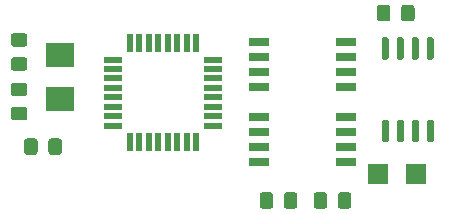
<source format=gtp>
%TF.GenerationSoftware,KiCad,Pcbnew,(5.1.6-0-10_14)*%
%TF.CreationDate,2020-11-29T14:34:25+01:00*%
%TF.ProjectId,ArduinoClone,41726475-696e-46f4-936c-6f6e652e6b69,v1.0*%
%TF.SameCoordinates,Original*%
%TF.FileFunction,Paste,Top*%
%TF.FilePolarity,Positive*%
%FSLAX46Y46*%
G04 Gerber Fmt 4.6, Leading zero omitted, Abs format (unit mm)*
G04 Created by KiCad (PCBNEW (5.1.6-0-10_14)) date 2020-11-29 14:34:25*
%MOMM*%
%LPD*%
G01*
G04 APERTURE LIST*
%ADD10R,1.700000X0.650000*%
%ADD11R,0.550000X1.500000*%
%ADD12R,1.500000X0.550000*%
%ADD13R,1.750000X1.800000*%
%ADD14R,2.400000X2.000000*%
G04 APERTURE END LIST*
%TO.C,C1*%
G36*
G01*
X99625999Y-131995000D02*
X100526001Y-131995000D01*
G75*
G02*
X100776000Y-132244999I0J-249999D01*
G01*
X100776000Y-132895001D01*
G75*
G02*
X100526001Y-133145000I-249999J0D01*
G01*
X99625999Y-133145000D01*
G75*
G02*
X99376000Y-132895001I0J249999D01*
G01*
X99376000Y-132244999D01*
G75*
G02*
X99625999Y-131995000I249999J0D01*
G01*
G37*
G36*
G01*
X99625999Y-134045000D02*
X100526001Y-134045000D01*
G75*
G02*
X100776000Y-134294999I0J-249999D01*
G01*
X100776000Y-134945001D01*
G75*
G02*
X100526001Y-135195000I-249999J0D01*
G01*
X99625999Y-135195000D01*
G75*
G02*
X99376000Y-134945001I0J249999D01*
G01*
X99376000Y-134294999D01*
G75*
G02*
X99625999Y-134045000I249999J0D01*
G01*
G37*
%TD*%
%TO.C,C2*%
G36*
G01*
X100526001Y-137336000D02*
X99625999Y-137336000D01*
G75*
G02*
X99376000Y-137086001I0J249999D01*
G01*
X99376000Y-136435999D01*
G75*
G02*
X99625999Y-136186000I249999J0D01*
G01*
X100526001Y-136186000D01*
G75*
G02*
X100776000Y-136435999I0J-249999D01*
G01*
X100776000Y-137086001D01*
G75*
G02*
X100526001Y-137336000I-249999J0D01*
G01*
G37*
G36*
G01*
X100526001Y-139386000D02*
X99625999Y-139386000D01*
G75*
G02*
X99376000Y-139136001I0J249999D01*
G01*
X99376000Y-138485999D01*
G75*
G02*
X99625999Y-138236000I249999J0D01*
G01*
X100526001Y-138236000D01*
G75*
G02*
X100776000Y-138485999I0J-249999D01*
G01*
X100776000Y-139136001D01*
G75*
G02*
X100526001Y-139386000I-249999J0D01*
G01*
G37*
%TD*%
%TO.C,C3*%
G36*
G01*
X131512000Y-129851999D02*
X131512000Y-130752001D01*
G75*
G02*
X131262001Y-131002000I-249999J0D01*
G01*
X130611999Y-131002000D01*
G75*
G02*
X130362000Y-130752001I0J249999D01*
G01*
X130362000Y-129851999D01*
G75*
G02*
X130611999Y-129602000I249999J0D01*
G01*
X131262001Y-129602000D01*
G75*
G02*
X131512000Y-129851999I0J-249999D01*
G01*
G37*
G36*
G01*
X133562000Y-129851999D02*
X133562000Y-130752001D01*
G75*
G02*
X133312001Y-131002000I-249999J0D01*
G01*
X132661999Y-131002000D01*
G75*
G02*
X132412000Y-130752001I0J249999D01*
G01*
X132412000Y-129851999D01*
G75*
G02*
X132661999Y-129602000I249999J0D01*
G01*
X133312001Y-129602000D01*
G75*
G02*
X133562000Y-129851999I0J-249999D01*
G01*
G37*
%TD*%
%TO.C,D1*%
G36*
G01*
X123638000Y-145726999D02*
X123638000Y-146627001D01*
G75*
G02*
X123388001Y-146877000I-249999J0D01*
G01*
X122737999Y-146877000D01*
G75*
G02*
X122488000Y-146627001I0J249999D01*
G01*
X122488000Y-145726999D01*
G75*
G02*
X122737999Y-145477000I249999J0D01*
G01*
X123388001Y-145477000D01*
G75*
G02*
X123638000Y-145726999I0J-249999D01*
G01*
G37*
G36*
G01*
X121588000Y-145726999D02*
X121588000Y-146627001D01*
G75*
G02*
X121338001Y-146877000I-249999J0D01*
G01*
X120687999Y-146877000D01*
G75*
G02*
X120438000Y-146627001I0J249999D01*
G01*
X120438000Y-145726999D01*
G75*
G02*
X120687999Y-145477000I249999J0D01*
G01*
X121338001Y-145477000D01*
G75*
G02*
X121588000Y-145726999I0J-249999D01*
G01*
G37*
%TD*%
%TO.C,R1*%
G36*
G01*
X125010000Y-146627001D02*
X125010000Y-145726999D01*
G75*
G02*
X125259999Y-145477000I249999J0D01*
G01*
X125910001Y-145477000D01*
G75*
G02*
X126160000Y-145726999I0J-249999D01*
G01*
X126160000Y-146627001D01*
G75*
G02*
X125910001Y-146877000I-249999J0D01*
G01*
X125259999Y-146877000D01*
G75*
G02*
X125010000Y-146627001I0J249999D01*
G01*
G37*
G36*
G01*
X127060000Y-146627001D02*
X127060000Y-145726999D01*
G75*
G02*
X127309999Y-145477000I249999J0D01*
G01*
X127960001Y-145477000D01*
G75*
G02*
X128210000Y-145726999I0J-249999D01*
G01*
X128210000Y-146627001D01*
G75*
G02*
X127960001Y-146877000I-249999J0D01*
G01*
X127309999Y-146877000D01*
G75*
G02*
X127060000Y-146627001I0J249999D01*
G01*
G37*
%TD*%
%TO.C,R2*%
G36*
G01*
X102549000Y-142055001D02*
X102549000Y-141154999D01*
G75*
G02*
X102798999Y-140905000I249999J0D01*
G01*
X103449001Y-140905000D01*
G75*
G02*
X103699000Y-141154999I0J-249999D01*
G01*
X103699000Y-142055001D01*
G75*
G02*
X103449001Y-142305000I-249999J0D01*
G01*
X102798999Y-142305000D01*
G75*
G02*
X102549000Y-142055001I0J249999D01*
G01*
G37*
G36*
G01*
X100499000Y-142055001D02*
X100499000Y-141154999D01*
G75*
G02*
X100748999Y-140905000I249999J0D01*
G01*
X101399001Y-140905000D01*
G75*
G02*
X101649000Y-141154999I0J-249999D01*
G01*
X101649000Y-142055001D01*
G75*
G02*
X101399001Y-142305000I-249999J0D01*
G01*
X100748999Y-142305000D01*
G75*
G02*
X100499000Y-142055001I0J249999D01*
G01*
G37*
%TD*%
D10*
%TO.C,U1*%
X120429000Y-142875000D03*
X120429000Y-141605000D03*
X120429000Y-140335000D03*
X120429000Y-139065000D03*
X127729000Y-139065000D03*
X127729000Y-140335000D03*
X127729000Y-141605000D03*
X127729000Y-142875000D03*
%TD*%
%TO.C,U2*%
X127729000Y-136525000D03*
X127729000Y-135255000D03*
X127729000Y-133985000D03*
X127729000Y-132715000D03*
X120429000Y-132715000D03*
X120429000Y-133985000D03*
X120429000Y-135255000D03*
X120429000Y-136525000D03*
%TD*%
%TO.C,U3*%
G36*
G01*
X131214000Y-141229000D02*
X130914000Y-141229000D01*
G75*
G02*
X130764000Y-141079000I0J150000D01*
G01*
X130764000Y-139479000D01*
G75*
G02*
X130914000Y-139329000I150000J0D01*
G01*
X131214000Y-139329000D01*
G75*
G02*
X131364000Y-139479000I0J-150000D01*
G01*
X131364000Y-141079000D01*
G75*
G02*
X131214000Y-141229000I-150000J0D01*
G01*
G37*
G36*
G01*
X132484000Y-141229000D02*
X132184000Y-141229000D01*
G75*
G02*
X132034000Y-141079000I0J150000D01*
G01*
X132034000Y-139479000D01*
G75*
G02*
X132184000Y-139329000I150000J0D01*
G01*
X132484000Y-139329000D01*
G75*
G02*
X132634000Y-139479000I0J-150000D01*
G01*
X132634000Y-141079000D01*
G75*
G02*
X132484000Y-141229000I-150000J0D01*
G01*
G37*
G36*
G01*
X133754000Y-141229000D02*
X133454000Y-141229000D01*
G75*
G02*
X133304000Y-141079000I0J150000D01*
G01*
X133304000Y-139479000D01*
G75*
G02*
X133454000Y-139329000I150000J0D01*
G01*
X133754000Y-139329000D01*
G75*
G02*
X133904000Y-139479000I0J-150000D01*
G01*
X133904000Y-141079000D01*
G75*
G02*
X133754000Y-141229000I-150000J0D01*
G01*
G37*
G36*
G01*
X135024000Y-141229000D02*
X134724000Y-141229000D01*
G75*
G02*
X134574000Y-141079000I0J150000D01*
G01*
X134574000Y-139479000D01*
G75*
G02*
X134724000Y-139329000I150000J0D01*
G01*
X135024000Y-139329000D01*
G75*
G02*
X135174000Y-139479000I0J-150000D01*
G01*
X135174000Y-141079000D01*
G75*
G02*
X135024000Y-141229000I-150000J0D01*
G01*
G37*
G36*
G01*
X135024000Y-134229000D02*
X134724000Y-134229000D01*
G75*
G02*
X134574000Y-134079000I0J150000D01*
G01*
X134574000Y-132479000D01*
G75*
G02*
X134724000Y-132329000I150000J0D01*
G01*
X135024000Y-132329000D01*
G75*
G02*
X135174000Y-132479000I0J-150000D01*
G01*
X135174000Y-134079000D01*
G75*
G02*
X135024000Y-134229000I-150000J0D01*
G01*
G37*
G36*
G01*
X133754000Y-134229000D02*
X133454000Y-134229000D01*
G75*
G02*
X133304000Y-134079000I0J150000D01*
G01*
X133304000Y-132479000D01*
G75*
G02*
X133454000Y-132329000I150000J0D01*
G01*
X133754000Y-132329000D01*
G75*
G02*
X133904000Y-132479000I0J-150000D01*
G01*
X133904000Y-134079000D01*
G75*
G02*
X133754000Y-134229000I-150000J0D01*
G01*
G37*
G36*
G01*
X132484000Y-134229000D02*
X132184000Y-134229000D01*
G75*
G02*
X132034000Y-134079000I0J150000D01*
G01*
X132034000Y-132479000D01*
G75*
G02*
X132184000Y-132329000I150000J0D01*
G01*
X132484000Y-132329000D01*
G75*
G02*
X132634000Y-132479000I0J-150000D01*
G01*
X132634000Y-134079000D01*
G75*
G02*
X132484000Y-134229000I-150000J0D01*
G01*
G37*
G36*
G01*
X131214000Y-134229000D02*
X130914000Y-134229000D01*
G75*
G02*
X130764000Y-134079000I0J150000D01*
G01*
X130764000Y-132479000D01*
G75*
G02*
X130914000Y-132329000I150000J0D01*
G01*
X131214000Y-132329000D01*
G75*
G02*
X131364000Y-132479000I0J-150000D01*
G01*
X131364000Y-134079000D01*
G75*
G02*
X131214000Y-134229000I-150000J0D01*
G01*
G37*
%TD*%
D11*
%TO.C,U4*%
X109468000Y-141233000D03*
D12*
X108068000Y-134233000D03*
X108068000Y-135033000D03*
X108068000Y-135833000D03*
X108068000Y-136633000D03*
X108068000Y-137433000D03*
X108068000Y-138233000D03*
X108068000Y-139033000D03*
X108068000Y-139833000D03*
D11*
X110268000Y-141233000D03*
X111068000Y-141233000D03*
X111868000Y-141233000D03*
X112668000Y-141233000D03*
X113468000Y-141233000D03*
X114268000Y-141233000D03*
X115068000Y-141233000D03*
D12*
X116468000Y-139833000D03*
X116468000Y-139033000D03*
X116468000Y-138233000D03*
X116468000Y-137433000D03*
X116468000Y-136633000D03*
X116468000Y-135833000D03*
X116468000Y-135033000D03*
X116468000Y-134233000D03*
D11*
X115068000Y-132833000D03*
X114268000Y-132833000D03*
X113468000Y-132833000D03*
X112668000Y-132833000D03*
X111868000Y-132833000D03*
X111068000Y-132833000D03*
X110268000Y-132833000D03*
X109468000Y-132833000D03*
%TD*%
D13*
%TO.C,Y1*%
X133679000Y-143891000D03*
X130429000Y-143891000D03*
%TD*%
D14*
%TO.C,Y2*%
X103505000Y-133841000D03*
X103505000Y-137541000D03*
%TD*%
M02*

</source>
